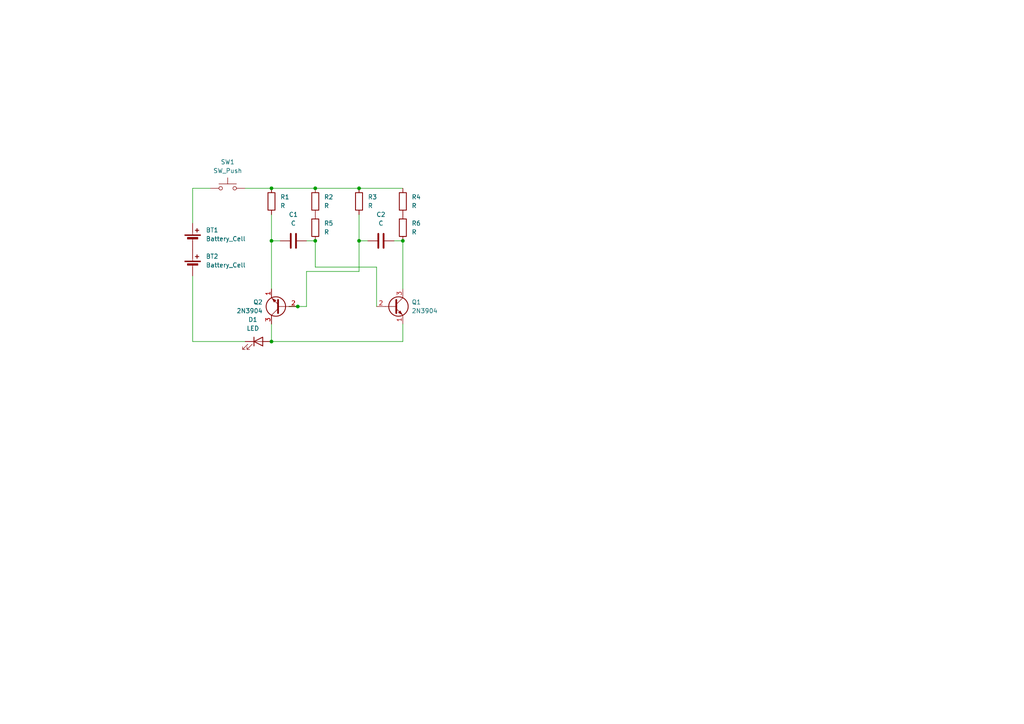
<source format=kicad_sch>
(kicad_sch (version 20250114) (generator "eeschema") (generator_version "9.0")
  (paper "A4")
  (lib_symbols
    (symbol "Device:Battery_Cell" (pin_numbers (hide yes)) (pin_names (offset 0) (hide yes))
      (property "Reference" "BT" (at 2.54 2.54 0))
      (property "Value" "Battery_Cell" (at 2.54 0 0))
      (symbol "Battery_Cell_0_1"
        (rectangle (start -2.286 1.778) (end 2.286 1.524) (fill (type outline)))
        (rectangle (start -1.524 1.016) (end 1.524 0.508) (fill (type outline)))
        (polyline (pts (xy 0 1.778) (xy 0 2.54)))
        (polyline (pts (xy 0 0.762) (xy 0 0)))
        (polyline (pts (xy 0.762 3.048) (xy 1.778 3.048)) (stroke (width 0.254)))
        (polyline (pts (xy 1.27 3.556) (xy 1.27 2.54)) (stroke (width 0.254)))
      )
      (symbol "Battery_Cell_1_1"
        (pin passive line (at 0 5.08 270) (length 2.54) (name "+") (number "1"))
        (pin passive line (at 0 -2.54 90) (length 2.54) (name "-") (number "2"))
      )
    )
    (symbol "Device:C" (pin_numbers (hide yes)) (pin_names (offset 0.254))
      (property "Reference" "C" (at 0.635 2.54 0))
      (property "Value" "C" (at 0.635 -2.54 0))
      (symbol "C_0_1"
        (polyline (pts (xy -2.032 0.762) (xy 2.032 0.762)) (stroke (width 0.508)))
        (polyline (pts (xy -2.032 -0.762) (xy 2.032 -0.762)) (stroke (width 0.508)))
      )
      (symbol "C_1_1"
        (pin passive line (at 0 3.81 270) (length 2.794) (name "~") (number "1"))
        (pin passive line (at 0 -3.81 90) (length 2.794) (name "~") (number "2"))
      )
    )
    (symbol "Device:LED" (pin_numbers (hide yes)) (pin_names (offset 1.016) (hide yes))
      (property "Reference" "D" (at 0 2.54 0))
      (property "Value" "LED" (at 0 -2.54 0))
      (symbol "LED_0_1"
        (polyline (pts (xy -3.048 -0.762) (xy -4.572 -2.286) (xy -3.81 -2.286) (xy -4.572 -2.286) (xy -4.572 -1.524)))
        (polyline (pts (xy -1.778 -0.762) (xy -3.302 -2.286) (xy -2.54 -2.286) (xy -3.302 -2.286) (xy -3.302 -1.524)))
        (polyline (pts (xy -1.27 0) (xy 1.27 0)))
        (polyline (pts (xy -1.27 -1.27) (xy -1.27 1.27)) (stroke (width 0.254)))
        (polyline (pts (xy 1.27 -1.27) (xy 1.27 1.27) (xy -1.27 0) (xy 1.27 -1.27)) (stroke (width 0.254)))
      )
      (symbol "LED_1_1"
        (pin passive line (at -3.81 0 0) (length 2.54) (name "K") (number "1"))
        (pin passive line (at 3.81 0 180) (length 2.54) (name "A") (number "2"))
      )
    )
    (symbol "Device:R" (pin_numbers (hide yes)) (pin_names (offset 0))
      (property "Reference" "R" (at 2.032 0 90))
      (property "Value" "R" (at 0 0 90))
      (symbol "R_0_1"
        (rectangle (start -1.016 -2.54) (end 1.016 2.54) (stroke (width 0.254)))
      )
      (symbol "R_1_1"
        (pin passive line (at 0 3.81 270) (length 1.27) (name "~") (number "1"))
        (pin passive line (at 0 -3.81 90) (length 1.27) (name "~") (number "2"))
      )
    )
    (symbol "Switch:SW_Push" (pin_numbers (hide yes)) (pin_names (offset 1.016) (hide yes))
      (property "Reference" "SW" (at 1.27 2.54 0))
      (property "Value" "SW_Push" (at 0 -1.524 0))
      (symbol "SW_Push_0_1"
        (circle (center -2.032 0) (radius 0.508))
        (polyline (pts (xy 0 1.27) (xy 0 3.048)))
        (circle (center 2.032 0) (radius 0.508))
        (polyline (pts (xy 2.54 1.27) (xy -2.54 1.27)))
        (pin passive line (at -5.08 0 0) (length 2.54) (name "1") (number "1"))
        (pin passive line (at 5.08 0 180) (length 2.54) (name "2") (number "2"))
      )
    )
    (symbol "Transistor_BJT:2N3904" (pin_names (offset 0) (hide yes))
      (property "Reference" "Q" (at 5.08 1.905 0))
      (property "Value" "2N3904" (at 5.08 0 0))
      (symbol "2N3904_0_1"
        (polyline (pts (xy -2.54 0) (xy 0.635 0)))
        (polyline (pts (xy 0.635 1.905) (xy 0.635 -1.905)) (stroke (width 0.508)))
        (circle (center 1.27 0) (radius 2.8194) (stroke (width 0.254)))
      )
      (symbol "2N3904_1_1"
        (polyline (pts (xy 0.635 0.635) (xy 2.54 2.54)))
        (polyline (pts (xy 0.635 -0.635) (xy 2.54 -2.54)))
        (polyline (pts (xy 1.27 -1.778) (xy 1.778 -1.27) (xy 2.286 -2.286) (xy 1.27 -1.778)) (fill (type outline)))
        (pin input line (at -5.08 0 0) (length 2.54) (name "B") (number "2"))
        (pin passive line (at 2.54 5.08 270) (length 2.54) (name "C") (number "3"))
        (pin passive line (at 2.54 -5.08 90) (length 2.54) (name "E") (number "1"))
      )
    )
  )
  (junction (at 78.74 54.61))
  (junction (at 116.84 69.85))
  (junction (at 86.36 88.9))
  (junction (at 104.14 54.61))
  (junction (at 91.44 54.61))
  (junction (at 91.44 69.85))
  (junction (at 78.74 69.85))
  (junction (at 104.14 69.85))
  (junction (at 78.74 99.06))
  (wire (pts (xy 55.88 54.61) (xy 60.96 54.61)))
  (wire (pts (xy 88.9 78.74) (xy 88.9 88.9)))
  (wire (pts (xy 78.74 54.61) (xy 91.44 54.61)))
  (wire (pts (xy 91.44 69.85) (xy 91.44 77.47)))
  (wire (pts (xy 78.74 99.06) (xy 116.84 99.06)))
  (wire (pts (xy 88.9 69.85) (xy 91.44 69.85)))
  (wire (pts (xy 83.82 88.9) (xy 86.36 88.9)))
  (wire (pts (xy 55.88 64.77) (xy 55.88 54.61)))
  (wire (pts (xy 104.14 54.61) (xy 116.84 54.61)))
  (wire (pts (xy 78.74 93.98) (xy 78.74 99.06)))
  (wire (pts (xy 104.14 69.85) (xy 104.14 62.23)))
  (wire (pts (xy 71.12 54.61) (xy 78.74 54.61)))
  (wire (pts (xy 116.84 93.98) (xy 116.84 99.06)))
  (wire (pts (xy 104.14 78.74) (xy 88.9 78.74)))
  (wire (pts (xy 106.68 69.85) (xy 104.14 69.85)))
  (wire (pts (xy 104.14 69.85) (xy 104.14 78.74)))
  (wire (pts (xy 114.3 69.85) (xy 116.84 69.85)))
  (wire (pts (xy 81.28 69.85) (xy 78.74 69.85)))
  (wire (pts (xy 109.22 77.47) (xy 109.22 88.9)))
  (wire (pts (xy 71.12 99.06) (xy 55.88 99.06)))
  (wire (pts (xy 86.36 88.9) (xy 88.9 88.9)))
  (wire (pts (xy 91.44 77.47) (xy 109.22 77.47)))
  (wire (pts (xy 55.88 99.06) (xy 55.88 80.01)))
  (wire (pts (xy 116.84 69.85) (xy 116.84 83.82)))
  (wire (pts (xy 78.74 69.85) (xy 78.74 83.82)))
  (wire (pts (xy 78.74 69.85) (xy 78.74 62.23)))
  (wire (pts (xy 91.44 54.61) (xy 104.14 54.61)))
  (symbol (lib_id "Device:R") (at 104.14 58.42 0) (unit 1)
    (property "Reference" "R3" (at 106.68 57.1499 0) (effects (justify left)))
    (property "Value" "R" (at 106.68 59.6899 0) (effects (justify left)))
    (property "Footprint" "Resistor_THT:R_Axial_DIN0207_L6.3mm_D2.5mm_P7.62mm_Horizontal" (effects (hide yes)))
    (property "Description" "Resistor" (effects (hide yes)))
  )
  (symbol (lib_id "Device:R") (at 116.84 58.42 0) (unit 1)
    (property "Reference" "R4" (at 119.38 57.1499 0) (effects (justify left)))
    (property "Value" "R" (at 119.38 59.6899 0) (effects (justify left)))
    (property "Footprint" "Resistor_THT:R_Axial_DIN0207_L6.3mm_D2.5mm_P7.62mm_Horizontal" (effects (hide yes)))
    (property "Description" "Resistor" (effects (hide yes)))
  )
  (symbol (lib_id "Device:R") (at 91.44 66.04 0) (unit 1)
    (property "Reference" "R5" (at 93.98 64.7699 0) (effects (justify left)))
    (property "Value" "R" (at 93.98 67.3099 0) (effects (justify left)))
    (property "Footprint" "Resistor_THT:R_Axial_DIN0207_L6.3mm_D2.5mm_P7.62mm_Horizontal" (effects (hide yes)))
    (property "Description" "Resistor" (effects (hide yes)))
  )
  (symbol (lib_id "Device:Battery_Cell") (at 55.88 69.85 0) (unit 1)
    (property "Reference" "BT1" (at 59.69 66.7384 0) (effects (justify left)))
    (property "Value" "Battery_Cell" (at 59.69 69.2784 0) (effects (justify left)))
    (property "Footprint" "Battery:BatteryHolder_Keystone_3034_1x20mm" (effects (hide yes)))
    (property "Description" "Single-cell battery" (effects (hide yes)))
  )
  (symbol (lib_id "Device:C") (at 110.49 69.85 90) (unit 1)
    (property "Reference" "C2" (at 110.49 62.23 90))
    (property "Value" "C" (at 110.49 64.77 90))
    (property "Footprint" "Capacitor_THT:CP_Radial_D8.0mm_P5.00mm" (effects (hide yes)))
    (property "Description" "Unpolarized capacitor" (effects (hide yes)))
  )
  (symbol (lib_id "Device:LED") (at 74.93 99.06 0) (unit 1)
    (property "Reference" "D1" (at 73.3425 92.71 0))
    (property "Value" "LED" (at 73.3425 95.25 0))
    (property "Footprint" "LED_THT:LED_D5.0mm" (effects (hide yes)))
    (property "Description" "Light emitting diode" (effects (hide yes)))
    (property "Sim.Pins" "1=K 2=A" (effects (hide yes)))
  )
  (symbol (lib_id "Device:Battery_Cell") (at 55.88 77.47 0) (unit 1)
    (property "Reference" "BT2" (at 59.69 74.3584 0) (effects (justify left)))
    (property "Value" "Battery_Cell" (at 59.69 76.8984 0) (effects (justify left)))
    (property "Footprint" "Battery:BatteryHolder_Keystone_3034_1x20mm" (effects (hide yes)))
    (property "Description" "Single-cell battery" (effects (hide yes)))
  )
  (symbol (lib_id "Device:C") (at 85.09 69.85 90) (unit 1)
    (property "Reference" "C1" (at 85.09 62.23 90))
    (property "Value" "C" (at 85.09 64.77 90))
    (property "Footprint" "Capacitor_THT:CP_Radial_D8.0mm_P5.00mm" (effects (hide yes)))
    (property "Description" "Unpolarized capacitor" (effects (hide yes)))
  )
  (symbol (lib_id "Device:R") (at 78.74 58.42 0) (unit 1)
    (property "Reference" "R1" (at 81.28 57.1499 0) (effects (justify left)))
    (property "Value" "R" (at 81.28 59.6899 0) (effects (justify left)))
    (property "Footprint" "Resistor_THT:R_Axial_DIN0207_L6.3mm_D2.5mm_P7.62mm_Horizontal" (effects (hide yes)))
    (property "Description" "Resistor" (effects (hide yes)))
  )
  (symbol (lib_id "Device:R") (at 116.84 66.04 0) (unit 1)
    (property "Reference" "R6" (at 119.38 64.7699 0) (effects (justify left)))
    (property "Value" "R" (at 119.38 67.3099 0) (effects (justify left)))
    (property "Footprint" "Resistor_THT:R_Axial_DIN0207_L6.3mm_D2.5mm_P7.62mm_Horizontal" (effects (hide yes)))
    (property "Description" "Resistor" (effects (hide yes)))
  )
  (symbol (lib_id "Transistor_BJT:2N3904") (at 81.28 88.9 180) (unit 1)
    (property "Reference" "Q2" (at 76.2 87.6299 0) (effects (justify left)))
    (property "Value" "2N3904" (at 76.2 90.1699 0) (effects (justify left)))
    (property "Footprint" "Package_TO_SOT_THT:TO-92_Inline" (effects (hide yes)))
    (property "Datasheet" "https://www.onsemi.com/pub/Collateral/2N3903-D.PDF" (effects (hide yes)))
    (property "Description" "0.2A Ic, 40V Vce, Small Signal NPN Transistor, TO-92" (effects (hide yes)))
  )
  (symbol (lib_id "Transistor_BJT:2N3904") (at 114.3 88.9 0) (unit 1)
    (property "Reference" "Q1" (at 119.38 87.6299 0) (effects (justify left)))
    (property "Value" "2N3904" (at 119.38 90.1699 0) (effects (justify left)))
    (property "Footprint" "Package_TO_SOT_THT:TO-92_Inline" (effects (hide yes)))
    (property "Datasheet" "https://www.onsemi.com/pub/Collateral/2N3903-D.PDF" (effects (hide yes)))
    (property "Description" "0.2A Ic, 40V Vce, Small Signal NPN Transistor, TO-92" (effects (hide yes)))
  )
  (symbol (lib_id "Device:R") (at 91.44 58.42 0) (unit 1)
    (property "Reference" "R2" (at 93.98 57.1499 0) (effects (justify left)))
    (property "Value" "R" (at 93.98 59.6899 0) (effects (justify left)))
    (property "Footprint" "Resistor_THT:R_Axial_DIN0207_L6.3mm_D2.5mm_P7.62mm_Horizontal" (effects (hide yes)))
    (property "Description" "Resistor" (effects (hide yes)))
  )
  (symbol (lib_id "Switch:SW_Push") (at 66.04 54.61 0) (unit 1)
    (property "Reference" "SW1" (at 66.04 46.99 0))
    (property "Value" "SW_Push" (at 66.04 49.53 0))
    (property "Footprint" "Button_Switch_THT:SW_PUSH_6mm" (effects (hide yes)))
    (property "Description" "Push button switch, generic, two pins" (effects (hide yes)))
  )
)
</source>
